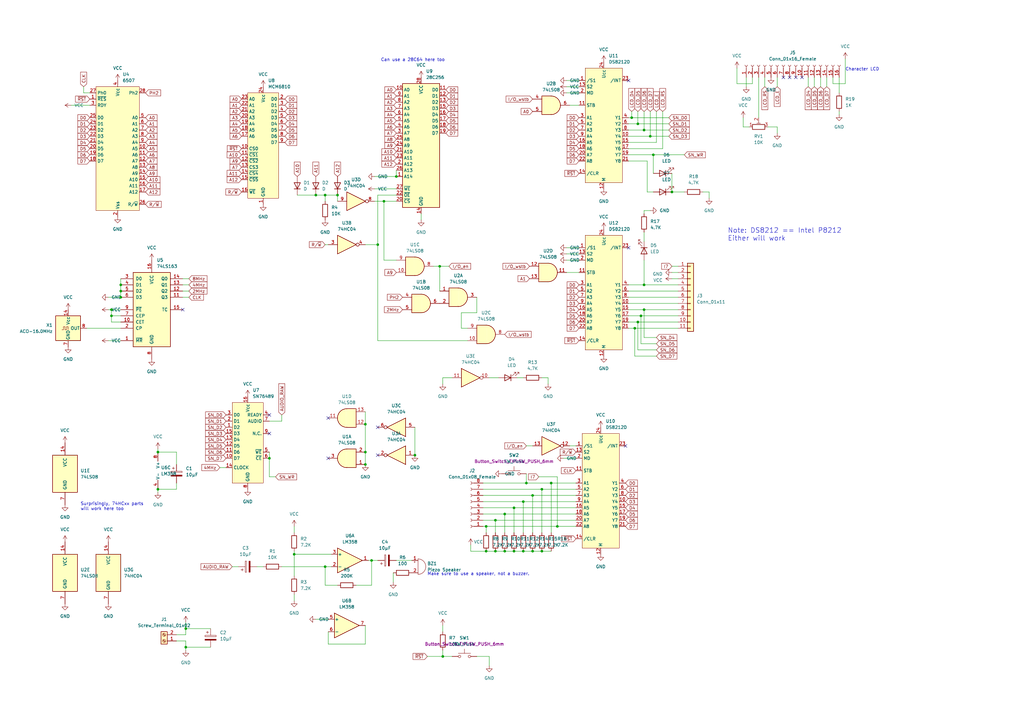
<source format=kicad_sch>
(kicad_sch (version 20230121) (generator eeschema)
  (paper "A3")
  (junction (at 152.4 229.87))
  (junction (at 76.2 265.43))
  (junction (at 260.35 134.62))
  (junction (at 162.56 72.39))
  (junction (at 218.44 203.2))
  (junction (at 264.16 116.84))
  (junction (at 226.06 198.12))
  (junction (at 170.18 186.69))
  (junction (at 149.86 190.5))
  (junction (at 120.65 227.33))
  (junction (at 49.53 121.92))
  (junction (at 180.34 109.22))
  (junction (at 133.35 232.41))
  (junction (at 222.25 226.06))
  (junction (at 214.63 205.74))
  (junction (at 207.01 226.06))
  (junction (at 64.77 185.42))
  (junction (at 199.39 215.9))
  (junction (at 203.2 213.36))
  (junction (at 76.2 257.81))
  (junction (at 199.39 226.06))
  (junction (at 228.6 215.9))
  (junction (at 218.44 226.06))
  (junction (at 264.16 53.34))
  (junction (at 203.2 226.06))
  (junction (at 45.72 127))
  (junction (at 207.01 210.82))
  (junction (at 49.53 119.38))
  (junction (at 181.61 269.24))
  (junction (at 215.9 198.12))
  (junction (at 157.48 82.55))
  (junction (at 267.97 63.5))
  (junction (at 214.63 226.06))
  (junction (at 264.16 127))
  (junction (at 64.77 200.66))
  (junction (at 210.82 226.06))
  (junction (at 154.94 100.33))
  (junction (at 138.43 80.01))
  (junction (at 149.86 185.42))
  (junction (at 262.89 129.54))
  (junction (at 149.86 173.99))
  (junction (at 49.53 116.84))
  (junction (at 259.08 48.26))
  (junction (at 210.82 208.28))
  (junction (at 261.62 50.8))
  (junction (at 275.59 78.74))
  (junction (at 129.54 80.01))
  (junction (at 110.49 187.96))
  (junction (at 45.72 129.54))
  (junction (at 133.35 80.01))
  (junction (at 266.7 55.88))
  (junction (at 261.62 132.08))
  (junction (at 222.25 200.66))
  (no_connect (at 134.62 171.45))
  (no_connect (at 328.93 31.75))
  (no_connect (at 154.94 186.69))
  (no_connect (at 154.94 175.26))
  (no_connect (at 110.49 177.8))
  (no_connect (at 326.39 31.75))
  (no_connect (at 256.54 182.88))
  (no_connect (at 321.31 31.75))
  (no_connect (at 74.93 127))
  (no_connect (at 257.81 101.6))
  (no_connect (at 134.62 187.96))
  (no_connect (at 323.85 31.75))
  (no_connect (at 110.49 170.18))
  (no_connect (at 257.81 33.02))
  (wire (pts (xy 222.25 200.66) (xy 236.22 200.66)))
  (wire (pts (xy 226.06 226.06) (xy 222.25 226.06)))
  (wire (pts (xy 264.16 95.25) (xy 264.16 99.06)))
  (wire (pts (xy 74.93 116.84) (xy 77.47 116.84)))
  (wire (pts (xy 266.7 86.36) (xy 264.16 86.36)))
  (wire (pts (xy 152.4 240.03) (xy 152.4 229.87)))
  (wire (pts (xy 308.61 34.29) (xy 308.61 31.75)))
  (wire (pts (xy 214.63 226.06) (xy 210.82 226.06)))
  (wire (pts (xy 257.81 129.54) (xy 262.89 129.54)))
  (wire (pts (xy 162.56 72.39) (xy 162.56 69.85)))
  (wire (pts (xy 76.2 257.81) (xy 76.2 260.35)))
  (wire (pts (xy 257.81 48.26) (xy 259.08 48.26)))
  (wire (pts (xy 257.81 50.8) (xy 261.62 50.8)))
  (wire (pts (xy 218.44 226.06) (xy 214.63 226.06)))
  (wire (pts (xy 110.49 195.58) (xy 113.03 195.58)))
  (wire (pts (xy 207.01 210.82) (xy 236.22 210.82)))
  (wire (pts (xy 222.25 200.66) (xy 222.25 218.44)))
  (wire (pts (xy 290.83 78.74) (xy 290.83 81.28)))
  (wire (pts (xy 45.72 129.54) (xy 49.53 129.54)))
  (wire (pts (xy 49.53 132.08) (xy 45.72 132.08)))
  (wire (pts (xy 95.25 232.41) (xy 97.79 232.41)))
  (wire (pts (xy 257.81 116.84) (xy 264.16 116.84)))
  (wire (pts (xy 275.59 78.74) (xy 280.67 78.74)))
  (wire (pts (xy 153.67 82.55) (xy 157.48 82.55)))
  (wire (pts (xy 331.47 31.75) (xy 331.47 35.56)))
  (wire (pts (xy 334.01 31.75) (xy 334.01 35.56)))
  (wire (pts (xy 120.65 227.33) (xy 120.65 236.22)))
  (wire (pts (xy 172.72 87.63) (xy 172.72 90.17)))
  (wire (pts (xy 210.82 208.28) (xy 236.22 208.28)))
  (wire (pts (xy 133.35 80.01) (xy 138.43 80.01)))
  (wire (pts (xy 34.29 38.1) (xy 36.83 38.1)))
  (wire (pts (xy 153.67 77.47) (xy 162.56 77.47)))
  (wire (pts (xy 44.45 139.7) (xy 49.53 139.7)))
  (wire (pts (xy 45.72 127) (xy 49.53 127)))
  (wire (pts (xy 162.56 229.87) (xy 168.91 229.87)))
  (wire (pts (xy 222.25 226.06) (xy 218.44 226.06)))
  (wire (pts (xy 64.77 201.93) (xy 64.77 200.66)))
  (wire (pts (xy 288.29 78.74) (xy 290.83 78.74)))
  (wire (pts (xy 346.71 34.29) (xy 341.63 34.29)))
  (wire (pts (xy 181.61 157.48) (xy 181.61 154.94)))
  (wire (pts (xy 318.77 52.07) (xy 318.77 54.61)))
  (wire (pts (xy 218.44 203.2) (xy 218.44 218.44)))
  (wire (pts (xy 198.12 200.66) (xy 222.25 200.66)))
  (wire (pts (xy 49.53 116.84) (xy 49.53 119.38)))
  (wire (pts (xy 105.41 232.41) (xy 107.95 232.41)))
  (wire (pts (xy 181.61 269.24) (xy 185.42 269.24)))
  (wire (pts (xy 34.29 35.56) (xy 34.29 38.1)))
  (wire (pts (xy 198.12 210.82) (xy 207.01 210.82)))
  (wire (pts (xy 129.54 80.01) (xy 133.35 80.01)))
  (wire (pts (xy 72.39 198.12) (xy 72.39 200.66)))
  (wire (pts (xy 264.16 86.36) (xy 264.16 87.63)))
  (wire (pts (xy 344.17 31.75) (xy 344.17 38.1)))
  (wire (pts (xy 74.93 121.92) (xy 77.47 121.92)))
  (wire (pts (xy 115.57 232.41) (xy 133.35 232.41)))
  (wire (pts (xy 181.61 154.94) (xy 185.42 154.94)))
  (wire (pts (xy 154.94 139.7) (xy 191.77 139.7)))
  (wire (pts (xy 232.41 35.56) (xy 237.49 35.56)))
  (wire (pts (xy 64.77 184.15) (xy 64.77 185.42)))
  (wire (pts (xy 257.81 124.46) (xy 278.13 124.46)))
  (wire (pts (xy 74.93 114.3) (xy 77.47 114.3)))
  (wire (pts (xy 44.45 127) (xy 45.72 127)))
  (wire (pts (xy 257.81 127) (xy 264.16 127)))
  (wire (pts (xy 232.41 33.02) (xy 237.49 33.02)))
  (wire (pts (xy 226.06 198.12) (xy 226.06 218.44)))
  (wire (pts (xy 120.65 243.84) (xy 120.65 246.38)))
  (wire (pts (xy 152.4 229.87) (xy 154.94 229.87)))
  (wire (pts (xy 218.44 203.2) (xy 236.22 203.2)))
  (wire (pts (xy 74.93 119.38) (xy 77.47 119.38)))
  (wire (pts (xy 76.2 265.43) (xy 86.36 265.43)))
  (wire (pts (xy 76.2 255.27) (xy 76.2 257.81)))
  (wire (pts (xy 189.23 128.27) (xy 189.23 134.62)))
  (wire (pts (xy 133.35 232.41) (xy 133.35 240.03)))
  (wire (pts (xy 257.81 134.62) (xy 260.35 134.62)))
  (wire (pts (xy 318.77 31.75) (xy 318.77 35.56)))
  (wire (pts (xy 149.86 173.99) (xy 149.86 185.42)))
  (wire (pts (xy 341.63 34.29) (xy 341.63 31.75)))
  (wire (pts (xy 198.12 203.2) (xy 218.44 203.2)))
  (wire (pts (xy 154.94 80.01) (xy 162.56 80.01)))
  (wire (pts (xy 157.48 106.68) (xy 162.56 106.68)))
  (wire (pts (xy 262.89 129.54) (xy 278.13 129.54)))
  (wire (pts (xy 72.39 262.89) (xy 76.2 262.89)))
  (wire (pts (xy 264.16 127) (xy 278.13 127)))
  (wire (pts (xy 267.97 78.74) (xy 265.43 78.74)))
  (wire (pts (xy 269.24 45.72) (xy 269.24 58.42)))
  (wire (pts (xy 134.62 259.08) (xy 134.62 264.16)))
  (wire (pts (xy 214.63 205.74) (xy 236.22 205.74)))
  (wire (pts (xy 157.48 82.55) (xy 162.56 82.55)))
  (wire (pts (xy 175.26 269.24) (xy 181.61 269.24)))
  (wire (pts (xy 76.2 265.43) (xy 76.2 266.7)))
  (wire (pts (xy 199.39 215.9) (xy 228.6 215.9)))
  (wire (pts (xy 170.18 175.26) (xy 170.18 186.69)))
  (wire (pts (xy 49.53 114.3) (xy 49.53 116.84)))
  (wire (pts (xy 339.09 31.75) (xy 339.09 35.56)))
  (wire (pts (xy 149.86 264.16) (xy 149.86 256.54)))
  (wire (pts (xy 275.59 71.12) (xy 275.59 78.74)))
  (wire (pts (xy 257.81 60.96) (xy 271.78 60.96)))
  (wire (pts (xy 257.81 53.34) (xy 264.16 53.34)))
  (wire (pts (xy 146.05 240.03) (xy 152.4 240.03)))
  (wire (pts (xy 76.2 257.81) (xy 86.36 257.81)))
  (wire (pts (xy 45.72 132.08) (xy 45.72 129.54)))
  (wire (pts (xy 233.68 182.88) (xy 236.22 182.88)))
  (wire (pts (xy 212.09 154.94) (xy 214.63 154.94)))
  (wire (pts (xy 264.16 45.72) (xy 264.16 53.34)))
  (wire (pts (xy 149.86 168.91) (xy 149.86 173.99)))
  (wire (pts (xy 275.59 109.22) (xy 278.13 109.22)))
  (wire (pts (xy 260.35 134.62) (xy 278.13 134.62)))
  (wire (pts (xy 269.24 143.51) (xy 261.62 143.51)))
  (wire (pts (xy 135.89 227.33) (xy 120.65 227.33)))
  (wire (pts (xy 134.62 264.16) (xy 149.86 264.16)))
  (wire (pts (xy 304.8 52.07) (xy 304.8 48.26)))
  (wire (pts (xy 306.07 31.75) (xy 306.07 35.56)))
  (wire (pts (xy 153.67 72.39) (xy 162.56 72.39)))
  (wire (pts (xy 215.9 194.31) (xy 215.9 198.12)))
  (wire (pts (xy 138.43 80.01) (xy 138.43 82.55)))
  (wire (pts (xy 193.04 226.06) (xy 199.39 226.06)))
  (wire (pts (xy 271.78 45.72) (xy 271.78 60.96)))
  (wire (pts (xy 344.17 45.72) (xy 344.17 46.99)))
  (wire (pts (xy 195.58 269.24) (xy 200.66 269.24)))
  (wire (pts (xy 210.82 226.06) (xy 207.01 226.06)))
  (wire (pts (xy 267.97 63.5) (xy 280.67 63.5)))
  (wire (pts (xy 302.26 27.94) (xy 302.26 34.29)))
  (wire (pts (xy 260.35 146.05) (xy 260.35 134.62)))
  (wire (pts (xy 261.62 143.51) (xy 261.62 132.08)))
  (wire (pts (xy 90.17 191.77) (xy 92.71 191.77)))
  (wire (pts (xy 314.96 52.07) (xy 318.77 52.07)))
  (wire (pts (xy 110.49 185.42) (xy 110.49 187.96)))
  (wire (pts (xy 198.12 205.74) (xy 214.63 205.74)))
  (wire (pts (xy 261.62 45.72) (xy 261.62 50.8)))
  (wire (pts (xy 261.62 132.08) (xy 278.13 132.08)))
  (wire (pts (xy 180.34 109.22) (xy 177.8 109.22)))
  (wire (pts (xy 200.66 269.24) (xy 200.66 273.05)))
  (wire (pts (xy 49.53 119.38) (xy 49.53 121.92)))
  (wire (pts (xy 224.79 154.94) (xy 224.79 157.48)))
  (wire (pts (xy 214.63 205.74) (xy 214.63 218.44)))
  (wire (pts (xy 154.94 100.33) (xy 154.94 139.7)))
  (wire (pts (xy 264.16 138.43) (xy 264.16 127)))
  (wire (pts (xy 265.43 78.74) (xy 265.43 66.04)))
  (wire (pts (xy 215.9 198.12) (xy 226.06 198.12)))
  (wire (pts (xy 120.65 215.9) (xy 120.65 218.44)))
  (wire (pts (xy 231.14 187.96) (xy 236.22 187.96)))
  (wire (pts (xy 133.35 100.33) (xy 134.62 100.33)))
  (wire (pts (xy 257.81 55.88) (xy 266.7 55.88)))
  (wire (pts (xy 133.35 240.03) (xy 138.43 240.03)))
  (wire (pts (xy 135.89 232.41) (xy 133.35 232.41)))
  (wire (pts (xy 264.16 53.34) (xy 274.32 53.34)))
  (wire (pts (xy 266.7 55.88) (xy 274.32 55.88)))
  (wire (pts (xy 269.24 140.97) (xy 262.89 140.97)))
  (wire (pts (xy 198.12 215.9) (xy 199.39 215.9)))
  (wire (pts (xy 233.68 43.18) (xy 237.49 43.18)))
  (wire (pts (xy 257.81 63.5) (xy 267.97 63.5)))
  (wire (pts (xy 120.65 227.33) (xy 120.65 226.06)))
  (wire (pts (xy 180.34 109.22) (xy 180.34 119.38)))
  (wire (pts (xy 311.15 31.75) (xy 311.15 48.26)))
  (wire (pts (xy 275.59 114.3) (xy 278.13 114.3)))
  (wire (pts (xy 262.89 140.97) (xy 262.89 129.54)))
  (wire (pts (xy 198.12 213.36) (xy 203.2 213.36)))
  (wire (pts (xy 232.41 101.6) (xy 237.49 101.6)))
  (wire (pts (xy 228.6 215.9) (xy 236.22 215.9)))
  (wire (pts (xy 181.61 256.54) (xy 181.61 259.08)))
  (wire (pts (xy 198.12 208.28) (xy 210.82 208.28)))
  (wire (pts (xy 336.55 31.75) (xy 336.55 35.56)))
  (wire (pts (xy 35.56 134.62) (xy 49.53 134.62)))
  (wire (pts (xy 232.41 104.14) (xy 237.49 104.14)))
  (wire (pts (xy 154.94 100.33) (xy 154.94 80.01)))
  (wire (pts (xy 257.81 58.42) (xy 269.24 58.42)))
  (wire (pts (xy 149.86 100.33) (xy 154.94 100.33)))
  (wire (pts (xy 228.6 195.58) (xy 228.6 215.9)))
  (wire (pts (xy 184.15 109.22) (xy 180.34 109.22)))
  (wire (pts (xy 157.48 82.55) (xy 157.48 106.68)))
  (wire (pts (xy 121.92 80.01) (xy 129.54 80.01)))
  (wire (pts (xy 278.13 116.84) (xy 264.16 116.84)))
  (wire (pts (xy 198.12 198.12) (xy 215.9 198.12)))
  (wire (pts (xy 149.86 185.42) (xy 149.86 190.5)))
  (wire (pts (xy 259.08 45.72) (xy 259.08 48.26)))
  (wire (pts (xy 302.26 34.29) (xy 308.61 34.29)))
  (wire (pts (xy 232.41 38.1) (xy 237.49 38.1)))
  (wire (pts (xy 257.81 132.08) (xy 261.62 132.08)))
  (wire (pts (xy 232.41 111.76) (xy 237.49 111.76)))
  (wire (pts (xy 203.2 213.36) (xy 203.2 218.44)))
  (wire (pts (xy 269.24 146.05) (xy 260.35 146.05)))
  (wire (pts (xy 210.82 208.28) (xy 210.82 218.44)))
  (wire (pts (xy 129.54 254) (xy 134.62 254)))
  (wire (pts (xy 266.7 45.72) (xy 266.7 55.88)))
  (wire (pts (xy 195.58 128.27) (xy 189.23 128.27)))
  (wire (pts (xy 261.62 50.8) (xy 274.32 50.8)))
  (wire (pts (xy 72.39 260.35) (xy 76.2 260.35)))
  (wire (pts (xy 181.61 266.7) (xy 181.61 269.24)))
  (wire (pts (xy 346.71 24.13) (xy 346.71 34.29)))
  (wire (pts (xy 72.39 190.5) (xy 72.39 185.42)))
  (wire (pts (xy 307.34 52.07) (xy 304.8 52.07)))
  (wire (pts (xy 257.81 66.04) (xy 265.43 66.04)))
  (wire (pts (xy 76.2 262.89) (xy 76.2 265.43)))
  (wire (pts (xy 72.39 200.66) (xy 64.77 200.66)))
  (wire (pts (xy 199.39 215.9) (xy 199.39 218.44)))
  (wire (pts (xy 203.2 226.06) (xy 199.39 226.06)))
  (wire (pts (xy 161.29 234.95) (xy 161.29 238.76)))
  (wire (pts (xy 72.39 185.42) (xy 64.77 185.42)))
  (wire (pts (xy 259.08 48.26) (xy 274.32 48.26)))
  (wire (pts (xy 207.01 226.06) (xy 203.2 226.06)))
  (wire (pts (xy 207.01 210.82) (xy 207.01 218.44)))
  (wire (pts (xy 257.81 119.38) (xy 278.13 119.38)))
  (wire (pts (xy 269.24 138.43) (xy 264.16 138.43)))
  (wire (pts (xy 222.25 154.94) (xy 224.79 154.94)))
  (wire (pts (xy 115.57 172.72) (xy 115.57 170.18)))
  (wire (pts (xy 220.98 195.58) (xy 228.6 195.58)))
  (wire (pts (xy 110.49 187.96) (xy 110.49 195.58)))
  (wire (pts (xy 49.53 121.92) (xy 44.45 121.92)))
  (wire (pts (xy 189.23 134.62) (xy 191.77 134.62)))
  (wire (pts (xy 203.2 213.36) (xy 236.22 213.36)))
  (wire (pts (xy 29.21 43.18) (xy 36.83 43.18)))
  (wire (pts (xy 226.06 198.12) (xy 236.22 198.12)))
  (wire (pts (xy 257.81 121.92) (xy 278.13 121.92)))
  (wire (pts (xy 232.41 106.68) (xy 237.49 106.68)))
  (wire (pts (xy 215.9 182.88) (xy 218.44 182.88)))
  (wire (pts (xy 133.35 82.55) (xy 133.35 80.01)))
  (wire (pts (xy 275.59 111.76) (xy 278.13 111.76)))
  (wire (pts (xy 110.49 172.72) (xy 115.57 172.72)))
  (wire (pts (xy 313.69 31.75) (xy 313.69 35.56)))
  (wire (pts (xy 195.58 121.92) (xy 195.58 128.27)))
  (wire (pts (xy 267.97 63.5) (xy 267.97 71.12)))
  (wire (pts (xy 45.72 129.54) (xy 45.72 127)))
  (wire (pts (xy 200.66 154.94) (xy 204.47 154.94)))
  (wire (pts (xy 151.13 229.87) (xy 152.4 229.87)))
  (wire (pts (xy 193.04 223.52) (xy 193.04 226.06)))
  (wire (pts (xy 264.16 106.68) (xy 264.16 116.84)))
  (text "Character LCD" (at 346.71 29.21 0) (effects (font (size 1.27 1.27)) (justify left bottom)))
  (text "Make sure to use a speaker, not a buzzer." (at 175.26 236.22 0) (effects (font (size 1.27 1.27)) (justify left bottom)))
  (text "Note: DS8212 == Intel P8212\nEither will work" (at 298.45 99.06 0) (effects (font (size 2 2)) (justify left bottom)))
  (text "Surprisingly, 74HCxx parts\nwill work here too" (at 33.02 209.55 0) (effects (font (size 1.27 1.27)) (justify left bottom)))
  (text "Can use a 28C64 here too" (at 156.21 25.4 0) (effects (font (size 1.27 1.27)) (justify left bottom)))
  (global_label "SN_D6" (shape input) (at 92.71 185.42 180) (property "Intersheetrefs" "${INTERSHEET_REFS}" (effects hide)))
  (global_label "D1" (shape input) (at 36.83 50.8 180) (property "Intersheetrefs" "${INTERSHEET_REFS}" (effects hide)))
  (global_label "D6" (shape input) (at 36.83 63.5 180) (property "Intersheetrefs" "${INTERSHEET_REFS}" (effects hide)))
  (global_label "SN_D0" (shape input) (at 92.71 170.18 180) (property "Intersheetrefs" "${INTERSHEET_REFS}" (effects hide)))
  (global_label "D4" (shape input) (at 256.54 208.28 0) (property "Intersheetrefs" "${INTERSHEET_REFS}" (effects hide)))
  (global_label "A1" (shape input) (at 59.69 50.8 0) (property "Intersheetrefs" "${INTERSHEET_REFS}" (effects hide)))
  (global_label "CLK" (shape input) (at 77.47 121.92 0) (property "Intersheetrefs" "${INTERSHEET_REFS}" (effects hide)))
  (global_label "A11" (shape input) (at 59.69 76.2 0) (property "Intersheetrefs" "${INTERSHEET_REFS}" (effects hide)))
  (global_label "SN_D5" (shape input) (at 92.71 182.88 180) (property "Intersheetrefs" "${INTERSHEET_REFS}" (effects hide)))
  (global_label "A4" (shape input) (at 99.06 50.8 180) (property "Intersheetrefs" "${INTERSHEET_REFS}" (effects hide)))
  (global_label "LCD_D4" (shape input) (at 259.08 45.72 90) (property "Intersheetrefs" "${INTERSHEET_REFS}" (effects hide)))
  (global_label "D7" (shape input) (at 256.54 215.9 0) (property "Intersheetrefs" "${INTERSHEET_REFS}" (effects hide)))
  (global_label "I{slash}O_en" (shape input) (at 184.15 109.22 0) (property "Intersheetrefs" "${INTERSHEET_REFS}" (effects hide)))
  (global_label "8MHz" (shape input) (at 77.47 114.3 0) (property "Intersheetrefs" "${INTERSHEET_REFS}" (effects hide)))
  (global_label "R{slash}~{W}" (shape input) (at 236.22 185.42 180) (property "Intersheetrefs" "${INTERSHEET_REFS}" (effects hide)))
  (global_label "PH2" (shape input) (at 59.69 38.1 0) (property "Intersheetrefs" "${INTERSHEET_REFS}" (effects hide)))
  (global_label "4MHz" (shape input) (at 90.17 191.77 180) (property "Intersheetrefs" "${INTERSHEET_REFS}" (effects hide)))
  (global_label "A8" (shape input) (at 59.69 68.58 0) (property "Intersheetrefs" "${INTERSHEET_REFS}" (effects hide)))
  (global_label "D5" (shape input) (at 237.49 60.96 180) (property "Intersheetrefs" "${INTERSHEET_REFS}" (effects hide)))
  (global_label "LCD_D5" (shape input) (at 261.62 45.72 90) (property "Intersheetrefs" "${INTERSHEET_REFS}" (effects hide)))
  (global_label "D6" (shape input) (at 116.84 55.88 0) (property "Intersheetrefs" "${INTERSHEET_REFS}" (effects hide)))
  (global_label "A4" (shape input) (at 59.69 58.42 0) (property "Intersheetrefs" "${INTERSHEET_REFS}" (effects hide)))
  (global_label "D4" (shape input) (at 36.83 58.42 180) (property "Intersheetrefs" "${INTERSHEET_REFS}" (effects hide)))
  (global_label "A1" (shape input) (at 99.06 43.18 180) (property "Intersheetrefs" "${INTERSHEET_REFS}" (effects hide)))
  (global_label "D0" (shape input) (at 116.84 40.64 0) (property "Intersheetrefs" "${INTERSHEET_REFS}" (effects hide)))
  (global_label "I{slash}O_wstb" (shape input) (at 217.17 109.22 180) (property "Intersheetrefs" "${INTERSHEET_REFS}" (effects hide)))
  (global_label "D3" (shape input) (at 237.49 124.46 180) (property "Intersheetrefs" "${INTERSHEET_REFS}" (effects hide)))
  (global_label "SN_D4" (shape input) (at 92.71 180.34 180) (property "Intersheetrefs" "${INTERSHEET_REFS}" (effects hide)))
  (global_label "LCD_D7" (shape input) (at 266.7 45.72 90) (property "Intersheetrefs" "${INTERSHEET_REFS}" (effects hide)))
  (global_label "LCD_E" (shape input) (at 269.24 45.72 90) (property "Intersheetrefs" "${INTERSHEET_REFS}" (effects hide)))
  (global_label "I{slash}O_en" (shape input) (at 215.9 182.88 180) (property "Intersheetrefs" "${INTERSHEET_REFS}" (effects hide)))
  (global_label "A7" (shape input) (at 99.06 68.58 180) (property "Intersheetrefs" "${INTERSHEET_REFS}" (effects hide)))
  (global_label "D6" (shape input) (at 237.49 132.08 180) (property "Intersheetrefs" "${INTERSHEET_REFS}" (effects hide)))
  (global_label "D6" (shape input) (at 182.88 52.07 0) (property "Intersheetrefs" "${INTERSHEET_REFS}" (effects hide)))
  (global_label "A1" (shape input) (at 162.56 39.37 180) (property "Intersheetrefs" "${INTERSHEET_REFS}" (effects hide)))
  (global_label "A9" (shape input) (at 162.56 111.76 180) (property "Intersheetrefs" "${INTERSHEET_REFS}" (effects hide)))
  (global_label "~{RST}" (shape input) (at 99.06 60.96 180) (property "Intersheetrefs" "${INTERSHEET_REFS}" (effects hide)))
  (global_label "SN_D1" (shape input) (at 274.32 50.8 0) (property "Intersheetrefs" "${INTERSHEET_REFS}" (effects hide)))
  (global_label "I{slash}O_wstb" (shape input) (at 218.44 40.64 180) (property "Intersheetrefs" "${INTERSHEET_REFS}" (effects hide)))
  (global_label "D1" (shape input) (at 237.49 50.8 180) (property "Intersheetrefs" "${INTERSHEET_REFS}" (effects hide)))
  (global_label "CLK" (shape input) (at 236.22 193.04 180) (property "Intersheetrefs" "${INTERSHEET_REFS}" (effects hide)))
  (global_label "A2" (shape input) (at 59.69 53.34 0) (property "Intersheetrefs" "${INTERSHEET_REFS}" (effects hide)))
  (global_label "D7" (shape input) (at 237.49 66.04 180) (property "Intersheetrefs" "${INTERSHEET_REFS}" (effects hide)))
  (global_label "A10" (shape input) (at 99.06 63.5 180) (property "Intersheetrefs" "${INTERSHEET_REFS}" (effects hide)))
  (global_label "D2" (shape input) (at 36.83 53.34 180) (property "Intersheetrefs" "${INTERSHEET_REFS}" (effects hide)))
  (global_label "D5" (shape input) (at 116.84 53.34 0) (property "Intersheetrefs" "${INTERSHEET_REFS}" (effects hide)))
  (global_label "D3" (shape input) (at 36.83 55.88 180) (property "Intersheetrefs" "${INTERSHEET_REFS}" (effects hide)))
  (global_label "A4" (shape input) (at 162.56 46.99 180) (property "Intersheetrefs" "${INTERSHEET_REFS}" (effects hide)))
  (global_label "D2" (shape input) (at 116.84 45.72 0) (property "Intersheetrefs" "${INTERSHEET_REFS}" (effects hide)))
  (global_label "LCD_D7" (shape input) (at 339.09 35.56 270) (property "Intersheetrefs" "${INTERSHEET_REFS}" (effects hide)))
  (global_label "D2" (shape input) (at 256.54 203.2 0) (property "Intersheetrefs" "${INTERSHEET_REFS}" (effects hide)))
  (global_label "A11" (shape input) (at 129.54 72.39 90) (property "Intersheetrefs" "${INTERSHEET_REFS}" (effects hide)))
  (global_label "PH2" (shape input) (at 165.1 121.92 180) (property "Intersheetrefs" "${INTERSHEET_REFS}" (effects hide)))
  (global_label "D6" (shape input) (at 237.49 63.5 180) (property "Intersheetrefs" "${INTERSHEET_REFS}" (effects hide)))
  (global_label "SN_D0" (shape input) (at 274.32 48.26 0) (property "Intersheetrefs" "${INTERSHEET_REFS}" (effects hide)))
  (global_label "D4" (shape input) (at 116.84 50.8 0) (property "Intersheetrefs" "${INTERSHEET_REFS}" (effects hide)))
  (global_label "SN_D4" (shape input) (at 269.24 138.43 0) (property "Intersheetrefs" "${INTERSHEET_REFS}" (effects hide)))
  (global_label "A5" (shape input) (at 59.69 60.96 0) (property "Intersheetrefs" "${INTERSHEET_REFS}" (effects hide)))
  (global_label "~{RST}" (shape input) (at 36.83 40.64 180) (property "Intersheetrefs" "${INTERSHEET_REFS}" (effects hide)))
  (global_label "LCD_RS" (shape input) (at 271.78 45.72 90) (property "Intersheetrefs" "${INTERSHEET_REFS}" (effects hide)))
  (global_label "A1" (shape input) (at 217.17 114.3 180) (property "Intersheetrefs" "${INTERSHEET_REFS}" (effects hide)))
  (global_label "D3" (shape input) (at 237.49 55.88 180) (property "Intersheetrefs" "${INTERSHEET_REFS}" (effects hide)))
  (global_label "D6" (shape input) (at 256.54 213.36 0) (property "Intersheetrefs" "${INTERSHEET_REFS}" (effects hide)))
  (global_label "A6" (shape input) (at 99.06 55.88 180) (property "Intersheetrefs" "${INTERSHEET_REFS}" (effects hide)))
  (global_label "LCD_D6" (shape input) (at 336.55 35.56 270) (property "Intersheetrefs" "${INTERSHEET_REFS}" (effects hide)))
  (global_label "LCD_D6" (shape input) (at 264.16 45.72 90) (property "Intersheetrefs" "${INTERSHEET_REFS}" (effects hide)))
  (global_label "A12" (shape input) (at 162.56 67.31 180) (property "Intersheetrefs" "${INTERSHEET_REFS}" (effects hide)))
  (global_label "A12" (shape input) (at 99.06 73.66 180) (property "Intersheetrefs" "${INTERSHEET_REFS}" (effects hide)))
  (global_label "A9" (shape input) (at 99.06 66.04 180) (property "Intersheetrefs" "${INTERSHEET_REFS}" (effects hide)))
  (global_label "D3" (shape input) (at 116.84 48.26 0) (property "Intersheetrefs" "${INTERSHEET_REFS}" (effects hide)))
  (global_label "A8" (shape input) (at 162.56 57.15 180) (property "Intersheetrefs" "${INTERSHEET_REFS}" (effects hide)))
  (global_label "LCD_E" (shape input) (at 318.77 35.56 270) (property "Intersheetrefs" "${INTERSHEET_REFS}" (effects hide)))
  (global_label "LCD_D4" (shape input) (at 331.47 35.56 270) (property "Intersheetrefs" "${INTERSHEET_REFS}" (effects hide)))
  (global_label "D4" (shape input) (at 237.49 127 180) (property "Intersheetrefs" "${INTERSHEET_REFS}" (effects hide)))
  (global_label "AUDIO_RAW" (shape input) (at 115.57 170.18 90) (property "Intersheetrefs" "${INTERSHEET_REFS}" (effects hide)))
  (global_label "A2" (shape input) (at 99.06 45.72 180) (property "Intersheetrefs" "${INTERSHEET_REFS}" (effects hide)))
  (global_label "R{slash}~{W}" (shape input) (at 133.35 100.33 180) (property "Intersheetrefs" "${INTERSHEET_REFS}" (effects hide)))
  (global_label "A0" (shape input) (at 99.06 40.64 180) (property "Intersheetrefs" "${INTERSHEET_REFS}" (effects hide)))
  (global_label "D2" (shape input) (at 237.49 53.34 180) (property "Intersheetrefs" "${INTERSHEET_REFS}" (effects hide)))
  (global_label "SN_D7" (shape input) (at 269.24 146.05 0) (property "Intersheetrefs" "${INTERSHEET_REFS}" (effects hide)))
  (global_label "D0" (shape input) (at 36.83 48.26 180) (property "Intersheetrefs" "${INTERSHEET_REFS}" (effects hide)))
  (global_label "A5" (shape input) (at 162.56 49.53 180) (property "Intersheetrefs" "${INTERSHEET_REFS}" (effects hide)))
  (global_label "A6" (shape input) (at 162.56 52.07 180) (property "Intersheetrefs" "${INTERSHEET_REFS}" (effects hide)))
  (global_label "D1" (shape input) (at 237.49 119.38 180) (property "Intersheetrefs" "${INTERSHEET_REFS}" (effects hide)))
  (global_label "SN_D3" (shape input) (at 274.32 55.88 0) (property "Intersheetrefs" "${INTERSHEET_REFS}" (effects hide)))
  (global_label "D4" (shape input) (at 182.88 46.99 0) (property "Intersheetrefs" "${INTERSHEET_REFS}" (effects hide)))
  (global_label "A3" (shape input) (at 162.56 44.45 180) (property "Intersheetrefs" "${INTERSHEET_REFS}" (effects hide)))
  (global_label "D7" (shape input) (at 36.83 66.04 180) (property "Intersheetrefs" "${INTERSHEET_REFS}" (effects hide)))
  (global_label "SN_D7" (shape input) (at 92.71 187.96 180) (property "Intersheetrefs" "${INTERSHEET_REFS}" (effects hide)))
  (global_label "I7" (shape input) (at 275.59 109.22 180) (property "Intersheetrefs" "${INTERSHEET_REFS}" (effects hide)))
  (global_label "A12" (shape input) (at 59.69 78.74 0) (property "Intersheetrefs" "${INTERSHEET_REFS}" (effects hide)))
  (global_label "SN_D2" (shape input) (at 92.71 175.26 180) (property "Intersheetrefs" "${INTERSHEET_REFS}" (effects hide)))
  (global_label "D4" (shape input) (at 237.49 58.42 180) (property "Intersheetrefs" "${INTERSHEET_REFS}" (effects hide)))
  (global_label "SN_D6" (shape input) (at 269.24 143.51 0) (property "Intersheetrefs" "${INTERSHEET_REFS}" (effects hide)))
  (global_label "D5" (shape input) (at 182.88 49.53 0) (property "Intersheetrefs" "${INTERSHEET_REFS}" (effects hide)))
  (global_label "A6" (shape input) (at 59.69 63.5 0) (property "Intersheetrefs" "${INTERSHEET_REFS}" (effects hide)))
  (global_label "D7" (shape input) (at 237.49 134.62 180) (property "Intersheetrefs" "${INTERSHEET_REFS}" (effects hide)))
  (global_label "D7" (shape input) (at 116.84 58.42 0) (property "Intersheetrefs" "${INTERSHEET_REFS}" (effects hide)))
  (global_label "SN_D1" (shape input) (at 92.71 172.72 180) (property "Intersheetrefs" "${INTERSHEET_REFS}" (effects hide)))
  (global_label "I7" (shape input) (at 220.98 195.58 180) (property "Intersheetrefs" "${INTERSHEET_REFS}" (effects hide)))
  (global_label "A10" (shape input) (at 121.92 72.39 90) (property "Intersheetrefs" "${INTERSHEET_REFS}" (effects hide)))
  (global_label "I{slash}O_wstb" (shape input) (at 207.01 137.16 0) (property "Intersheetrefs" "${INTERSHEET_REFS}" (effects hide)))
  (global_label "D5" (shape input) (at 256.54 210.82 0) (property "Intersheetrefs" "${INTERSHEET_REFS}" (effects hide)))
  (global_label "SN_D5" (shape input) (at 269.24 140.97 0) (property "Intersheetrefs" "${INTERSHEET_REFS}" (effects hide)))
  (global_label "SN_D3" (shape input) (at 92.71 177.8 180) (property "Intersheetrefs" "${INTERSHEET_REFS}" (effects hide)))
  (global_label "A9" (shape input) (at 162.56 59.69 180) (property "Intersheetrefs" "${INTERSHEET_REFS}" (effects hide)))
  (global_label "~{RST}" (shape input) (at 237.49 139.7 180) (property "Intersheetrefs" "${INTERSHEET_REFS}" (effects hide)))
  (global_label "AUDIO_RAW" (shape input) (at 95.25 232.41 180) (property "Intersheetrefs" "${INTERSHEET_REFS}" (effects hide)))
  (global_label "2MHz" (shape input) (at 77.47 119.38 0) (property "Intersheetrefs" "${INTERSHEET_REFS}" (effects hide)))
  (global_label "~{RST}" (shape input) (at 175.26 269.24 180) (property "Intersheetrefs" "${INTERSHEET_REFS}" (effects hide)))
  (global_label "A5" (shape input) (at 99.06 53.34 180) (property "Intersheetrefs" "${INTERSHEET_REFS}" (effects hide)))
  (global_label "D7" (shape input) (at 182.88 54.61 0) (property "Intersheetrefs" "${INTERSHEET_REFS}" (effects hide)))
  (global_label "LCD_D5" (shape input) (at 334.01 35.56 270) (property "Intersheetrefs" "${INTERSHEET_REFS}" (effects hide)))
  (global_label "A11" (shape input) (at 162.56 64.77 180) (property "Intersheetrefs" "${INTERSHEET_REFS}" (effects hide)))
  (global_label "D5" (shape input) (at 36.83 60.96 180) (property "Intersheetrefs" "${INTERSHEET_REFS}" (effects hide)))
  (global_label "D0" (shape input) (at 237.49 48.26 180) (property "Intersheetrefs" "${INTERSHEET_REFS}" (effects hide)))
  (global_label "A0" (shape input) (at 59.69 48.26 0) (property "Intersheetrefs" "${INTERSHEET_REFS}" (effects hide)))
  (global_label "D0" (shape input) (at 237.49 116.84 180) (property "Intersheetrefs" "${INTERSHEET_REFS}" (effects hide)))
  (global_label "~{RST}" (shape input) (at 236.22 220.98 180) (property "Intersheetrefs" "${INTERSHEET_REFS}" (effects hide)))
  (global_label "SN_WR" (shape input) (at 113.03 195.58 0) (property "Intersheetrefs" "${INTERSHEET_REFS}" (effects hide)))
  (global_label "D3" (shape input) (at 256.54 205.74 0) (property "Intersheetrefs" "${INTERSHEET_REFS}" (effects hide)))
  (global_label "A12" (shape input) (at 138.43 72.39 90) (property "Intersheetrefs" "${INTERSHEET_REFS}" (effects hide)))
  (global_label "4MHz" (shape input) (at 77.47 116.84 0) (property "Intersheetrefs" "${INTERSHEET_REFS}" (effects hide)))
  (global_label "D0" (shape input) (at 182.88 36.83 0) (property "Intersheetrefs" "${INTERSHEET_REFS}" (effects hide)))
  (global_label "D2" (shape input) (at 237.49 121.92 180) (property "Intersheetrefs" "${INTERSHEET_REFS}" (effects hide)))
  (global_label "LCD_RS" (shape input) (at 313.69 35.56 270) (property "Intersheetrefs" "${INTERSHEET_REFS}" (effects hide)))
  (global_label "CLK" (shape input) (at 34.29 35.56 90) (property "Intersheetrefs" "${INTERSHEET_REFS}" (effects hide)))
  (global_label "2MHz" (shape input) (at 165.1 127 180) (property "Intersheetrefs" "${INTERSHEET_REFS}" (effects hide)))
  (global_label "R{slash}~{W}" (shape input) (at 99.06 78.74 180) (property "Intersheetrefs" "${INTERSHEET_REFS}" (effects hide)))
  (global_label "SN_D2" (shape input) (at 274.32 53.34 0) (property "Intersheetrefs" "${INTERSHEET_REFS}" (effects hide)))
  (global_label "A0" (shape input) (at 162.56 36.83 180) (property "Intersheetrefs" "${INTERSHEET_REFS}" (effects hide)))
  (global_label "D3" (shape input) (at 182.88 44.45 0) (property "Intersheetrefs" "${INTERSHEET_REFS}" (effects hide)))
  (global_label "~{RST}" (shape input) (at 237.49 71.12 180) (property "Intersheetrefs" "${INTERSHEET_REFS}" (effects hide)))
  (global_label "D1" (shape input) (at 182.88 39.37 0) (property "Intersheetrefs" "${INTERSHEET_REFS}" (effects hide)))
  (global_label "A7" (shape input) (at 59.69 66.04 0) (property "Intersheetrefs" "${INTERSHEET_REFS}" (effects hide)))
  (global_label "A3" (shape input) (at 59.69 55.88 0) (property "Intersheetrefs" "${INTERSHEET_REFS}" (effects hide)))
  (global_label "A2" (shape input) (at 162.56 41.91 180) (property "Intersheetrefs" "${INTERSHEET_REFS}" (effects hide)))
  (global_label "A11" (shape input) (at 99.06 71.12 180) (property "Intersheetrefs" "${INTERSHEET_REFS}" (effects hide)))
  (global_label "D1" (shape input) (at 256.54 200.66 0) (property "Intersheetrefs" "${INTERSHEET_REFS}" (effects hide)))
  (global_label "D5" (shape input) (at 237.49 129.54 180) (property "Intersheetrefs" "${INTERSHEET_REFS}" (effects hide)))
  (global_label "A7" (shape input) (at 162.56 54.61 180) (property "Intersheetrefs" "${INTERSHEET_REFS}" (effects hide)))
  (global_label "A9" (shape input) (at 59.69 71.12 0) (property "Intersheetrefs" "${INTERSHEET_REFS}" (effects hide)))
  (global_label "D2" (shape input) (at 182.88 41.91 0) (property "Intersheetrefs" "${INTERSHEET_REFS}" (effects hide)))
  (global_label "A3" (shape input) (at 99.06 48.26 180) (property "Intersheetrefs" "${INTERSHEET_REFS}" (effects hide)))
  (global_label "D0" (shape input) (at 256.54 198.12 0) (property "Intersheetrefs" "${INTERSHEET_REFS}" (effects hide)))
  (global_label "A0" (shape input) (at 218.44 45.72 180) (property "Intersheetrefs" "${INTERSHEET_REFS}" (effects hide)))
  (global_label "A10" (shape input) (at 162.56 62.23 180) (property "Intersheetrefs" "${INTERSHEET_REFS}" (effects hide)))
  (global_label "R{slash}~{W}" (shape input) (at 59.69 83.82 0) (property "Intersheetrefs" "${INTERSHEET_REFS}" (effects hide)))
  (global_label "SN_WR" (shape input) (at 280.67 63.5 0) (property "Intersheetrefs" "${INTERSHEET_REFS}" (effects hide)))
  (global_label "A10" (shape input) (at 59.69 73.66 0) (property "Intersheetrefs" "${INTERSHEET_REFS}" (effects hide)))
  (global_label "D1" (shape input) (at 116.84 43.18 0) (property "Intersheetrefs" "${INTERSHEET_REFS}" (effects hide)))
  (symbol (lib_id "Device:C_Polarized") (at 158.75 229.87 90) (unit 1)
    (property "Reference" "C4" (at 157.861 222.25 90))
    (property "Value" "10µF" (at 157.861 224.79 90))
    (property "Footprint" "Capacitor_THT:CP_Radial_D6.3mm_P2.50mm" (effects hide))
  )
  (symbol (lib_id "Switch:SW_Push") (at 210.82 194.31 0) (unit 1)
    (property "Reference" "SW2" (at 210.82 186.69 0))
    (property "Value" "SW_Push" (at 210.82 189.23 0))
    (property "Footprint" "Button_Switch_THT:SW_PUSH_6mm" (at 210.82 189.23 0))
  )
  (symbol (lib_id "power:VCC") (at 120.65 215.9 0) (unit 1)
    (property "Reference" "#PWR025" (effects hide))
    (property "Value" "VCC" (at 120.65 210.82 0))
  )
  (symbol (lib_id "Device:R") (at 120.65 222.25 0) (unit 1)
    (property "Reference" "R2" (at 123.19 220.9799 0) (effects (justify left)))
    (property "Value" "7.2K" (at 123.19 223.5199 0) (effects (justify left)))
    (property "Footprint" "Resistor_THT:R_Axial_DIN0204_L3.6mm_D1.6mm_P7.62mm_Horizontal" (effects hide))
  )
  (symbol (lib_id "74xx:74LS163") (at 62.23 127 0) (unit 1)
    (property "Reference" "U5" (at 64.2494 106.68 0) (effects (justify left)))
    (property "Value" "74LS163" (at 64.2494 109.22 0) (effects (justify left)))
    (property "Footprint" "Package_DIP:DIP-16_W7.62mm" (effects hide))
    (property "Datasheet" "http://www.ti.com/lit/gpn/sn74LS163" (effects hide))
  )
  (symbol (lib_id "power:VCC") (at 107.95 35.56 0) (unit 1)
    (property "Reference" "#PWR023" (effects hide))
    (property "Value" "VCC" (at 107.95 30.48 0))
  )
  (symbol (lib_id "power:GND") (at 133.35 90.17 0) (unit 1)
    (property "Reference" "#PWR028" (effects hide))
    (property "Value" "GND" (at 133.35 95.25 0))
  )
  (symbol (lib_id "74xx:74HC04") (at 162.56 186.69 180) (unit 1)
    (property "Reference" "U3" (at 162.56 177.8 0))
    (property "Value" "74HC04" (at 162.56 180.34 0))
    (property "Footprint" "Package_DIP:DIP-14_W7.62mm" (effects hide))
    (property "Datasheet" "https://assets.nexperia.com/documents/data-sheet/74HC_HCT04.pdf" (effects hide))
  )
  (symbol (lib_id "Device:LED") (at 208.28 154.94 180) (unit 1)
    (property "Reference" "D4" (at 209.8675 147.32 0))
    (property "Value" "LED" (at 209.8675 149.86 0))
    (property "Footprint" "LED_THT:LED_D3.0mm" (effects hide))
  )
  (symbol (lib_id "power:GND") (at 153.67 72.39 270) (unit 1)
    (property "Reference" "#PWR029" (effects hide))
    (property "Value" "GND" (at 154.94 72.3899 90) (effects (justify left)))
  )
  (symbol (lib_id "Device:R") (at 120.65 240.03 0) (unit 1)
    (property "Reference" "R3" (at 123.19 238.7599 0) (effects (justify left)))
    (property "Value" "7.2K" (at 123.19 241.2999 0) (effects (justify left)))
    (property "Footprint" "Resistor_THT:R_Axial_DIN0204_L3.6mm_D1.6mm_P7.62mm_Horizontal" (effects hide))
  )
  (symbol (lib_id "TholinsStuff:MCM6810") (at 107.95 35.56 0) (unit 1)
    (property "Reference" "U8" (at 109.9694 33.02 0) (effects (justify left)))
    (property "Value" "MCM6810" (at 109.9694 35.56 0) (effects (justify left)))
    (property "Footprint" "Package_DIP:DIP-24_W15.24mm" (effects hide))
  )
  (symbol (lib_id "Device:LED") (at 271.78 71.12 180) (unit 1)
    (property "Reference" "D6" (at 273.3675 63.5 0))
    (property "Value" "LED" (at 273.3675 66.04 0))
    (property "Footprint" "LED_THT:LED_D3.0mm" (effects hide))
  )
  (symbol (lib_id "Connector:Screw_Terminal_01x02") (at 67.31 262.89 180) (unit 1)
    (property "Reference" "J1" (at 67.31 254 0))
    (property "Value" "Screw_Terminal_01x02" (at 67.31 256.54 0))
    (property "Footprint" "TerminalBlock:TerminalBlock_bornier-2_P5.08mm" (effects hide))
  )
  (symbol (lib_id "Device:R_Potentiometer_Trim") (at 311.15 52.07 90) (unit 1)
    (property "Reference" "RV1" (at 311.15 55.88 90))
    (property "Value" "10K" (at 311.15 58.42 90))
    (property "Footprint" "Potentiometer_THT:Potentiometer_ACP_CA9-V10_Vertical" (effects hide))
  )
  (symbol (lib_id "power:GND") (at 318.77 54.61 0) (unit 1)
    (property "Reference" "#PWR059" (effects hide))
    (property "Value" "GND" (at 318.77 59.69 0))
  )
  (symbol (lib_id "power:GND") (at 27.94 142.24 0) (unit 1)
    (property "Reference" "#PWR06" (effects hide))
    (property "Value" "GND" (at 27.94 147.32 0))
  )
  (symbol (lib_id "power:VCC") (at 232.41 104.14 90) (unit 1)
    (property "Reference" "#PWR045" (effects hide))
    (property "Value" "VCC" (at 233.68 104.1399 90) (effects (justify right)))
  )
  (symbol (lib_id "power:VCC") (at 48.26 33.02 0) (unit 1)
    (property "Reference" "#PWR012" (effects hide))
    (property "Value" "VCC" (at 48.26 27.94 0))
  )
  (symbol (lib_id "power:GND") (at 26.67 207.01 0) (unit 1)
    (property "Reference" "#PWR02" (effects hide))
    (property "Value" "GND" (at 26.67 212.09 0))
  )
  (symbol (lib_id "TholinsStuff:SN76489") (at 101.6 161.29 0) (unit 1)
    (property "Reference" "U7" (at 103.6194 160.02 0) (effects (justify left)))
    (property "Value" "SN76489" (at 103.6194 162.56 0) (effects (justify left)))
    (property "Footprint" "Package_DIP:DIP-16_W7.62mm" (effects hide))
  )
  (symbol (lib_id "74xx:74HC04") (at 142.24 100.33 0) (unit 2)
    (property "Reference" "U3" (at 142.24 91.44 0))
    (property "Value" "74HC04" (at 142.24 93.98 0))
    (property "Footprint" "Package_DIP:DIP-14_W7.62mm" (effects hide))
    (property "Datasheet" "https://assets.nexperia.com/documents/data-sheet/74HC_HCT04.pdf" (effects hide))
  )
  (symbol (lib_id "power:GND") (at 275.59 111.76 270) (unit 1)
    (property "Reference" "#PWR020" (effects hide))
    (property "Value" "GND" (at 271.78 112.395 90) (effects (justify right)))
  )
  (symbol (lib_id "Device:R") (at 264.16 91.44 180) (unit 1)
    (property "Reference" "R17" (at 266.7 90.805 0) (effects (justify right)))
    (property "Value" "4.7K" (at 266.7 93.345 0) (effects (justify right)))
    (property "Footprint" "Resistor_THT:R_Axial_DIN0204_L3.6mm_D1.6mm_P7.62mm_Horizontal" (effects hide))
  )
  (symbol (lib_id "Device:R") (at 218.44 154.94 90) (unit 1)
    (property "Reference" "R13" (at 218.44 148.59 90))
    (property "Value" "4.7K" (at 218.44 151.13 90))
    (property "Footprint" "Resistor_THT:R_Axial_DIN0204_L3.6mm_D1.6mm_P7.62mm_Horizontal" (effects hide))
  )
  (symbol (lib_id "power:GND") (at 48.26 88.9 0) (unit 1)
    (property "Reference" "#PWR013" (effects hide))
    (property "Value" "GND" (at 48.26 93.98 0))
  )
  (symbol (lib_id "Device:R") (at 142.24 240.03 90) (unit 1)
    (property "Reference" "R5" (at 142.24 233.68 90))
    (property "Value" "200K" (at 142.24 236.22 90))
    (property "Footprint" "Resistor_THT:R_Axial_DIN0204_L3.6mm_D1.6mm_P7.62mm_Horizontal" (effects hide))
  )
  (symbol (lib_id "Device:R") (at 133.35 86.36 0) (unit 1)
    (property "Reference" "R4" (at 135.89 85.0899 0) (effects (justify left)))
    (property "Value" "10K" (at 135.89 87.6299 0) (effects (justify left)))
    (property "Footprint" "Resistor_THT:R_Axial_DIN0204_L3.6mm_D1.6mm_P7.62mm_Horizontal" (effects hide))
  )
  (symbol (lib_id "Device:LED") (at 271.78 78.74 180) (unit 1)
    (property "Reference" "D7" (at 273.3675 71.12 0))
    (property "Value" "LED" (at 273.3675 73.66 0))
    (property "Footprint" "LED_THT:LED_D3.0mm" (effects hide))
  )
  (symbol (lib_id "power:VCC") (at 64.77 184.15 0) (unit 1)
    (property "Reference" "#PWR016" (effects hide))
    (property "Value" "VCC" (at 64.77 179.07 0))
  )
  (symbol (lib_id "Device:R") (at 284.48 78.74 90) (unit 1)
    (property "Reference" "R18" (at 284.48 72.39 90))
    (property "Value" "4.7K" (at 284.48 74.93 90))
    (property "Footprint" "Resistor_THT:R_Axial_DIN0204_L3.6mm_D1.6mm_P7.62mm_Horizontal" (effects hide))
  )
  (symbol (lib_id "Device:C_Polarized") (at 72.39 194.31 0) (unit 1)
    (property "Reference" "C1" (at 76.2 192.1509 0) (effects (justify left)))
    (property "Value" "10µF" (at 76.2 194.6909 0) (effects (justify left)))
    (property "Footprint" "Capacitor_THT:CP_Radial_D6.3mm_P2.50mm" (effects hide))
  )
  (symbol (lib_id "power:VCC") (at 26.67 181.61 0) (unit 1)
    (property "Reference" "#PWR01" (effects hide))
    (property "Value" "VCC" (at 26.67 176.53 0))
  )
  (symbol (lib_id "power:GND") (at 200.66 273.05 0) (unit 1)
    (property "Reference" "#PWR037" (effects hide))
    (property "Value" "GND" (at 200.66 278.13 0))
  )
  (symbol (lib_id "power:GND") (at 129.54 254 270) (unit 1)
    (property "Reference" "#PWR027" (effects hide))
    (property "Value" "GND" (at 130.81 253.9999 90) (effects (justify left)))
  )
  (symbol (lib_id "power:VCC") (at 247.65 25.4 0) (unit 1)
    (property "Reference" "#PWR049" (effects hide))
    (property "Value" "VCC" (at 247.65 20.32 0))
  )
  (symbol (lib_id "74xx:74HC04") (at 146.05 82.55 0) (unit 4)
    (property "Reference" "U3" (at 146.05 73.66 0))
    (property "Value" "74HC04" (at 146.05 76.2 0))
    (property "Footprint" "Package_DIP:DIP-14_W7.62mm" (effects hide))
    (property "Datasheet" "https://assets.nexperia.com/documents/data-sheet/74HC_HCT04.pdf" (effects hide))
  )
  (symbol (lib_id "power:VCC") (at 302.26 27.94 0) (unit 1)
    (property "Reference" "#PWR055" (effects hide))
    (property "Value" "VCC" (at 302.26 22.86 0))
  )
  (symbol (lib_id "power:GND") (at 101.6 200.66 0) (unit 1)
    (property "Reference" "#PWR022" (effects hide))
    (property "Value" "GND" (at 101.6 205.74 0))
  )
  (symbol (lib_id "power:GND") (at 181.61 157.48 0) (unit 1)
    (property "Reference" "#PWR034" (effects hide))
    (property "Value" "GND" (at 181.61 162.56 0))
  )
  (symbol (lib_id "power:GND") (at 232.41 38.1 270) (unit 1)
    (property "Reference" "#PWR043" (effects hide))
    (property "Value" "GND" (at 233.68 38.0999 90) (effects (justify left)))
  )
  (symbol (lib_id "Device:R") (at 203.2 222.25 0) (unit 1)
    (property "Reference" "R9" (at 205.74 220.9799 0) (effects (justify left)))
    (property "Value" "7.2K" (at 205.74 223.5199 0) (effects (justify left)))
    (property "Footprint" "Resistor_THT:R_Axial_DIN0204_L3.6mm_D1.6mm_P7.62mm_Horizontal" (effects hide))
  )
  (symbol (lib_id "power:GND") (at 247.65 146.05 0) (unit 1)
    (property "Reference" "#PWR052" (effects hide))
    (property "Value" "GND" (at 247.65 151.13 0))
  )
  (symbol (lib_id "Connector_Generic:Conn_01x11") (at 283.21 121.92 0) (unit 1)
    (property "Reference" "J3" (at 285.75 121.285 0) (effects (justify left)))
    (property "Value" "Conn_01x11" (at 285.75 123.825 0) (effects (justify left)))
    (property "Footprint" "Connector_PinHeader_2.54mm:PinHeader_1x11_P2.54mm_Vertical" (effects hide))
  )
  (symbol (lib_id "power:VCC") (at 172.72 31.75 0) (unit 1)
    (property "Reference" "#PWR032" (effects hide))
    (property "Value" "VCC" (at 172.72 26.67 0))
  )
  (symbol (lib_id "power:VCC") (at 62.23 106.68 0) (unit 1)
    (property "Reference" "#PWR014" (effects hide))
    (property "Value" "VCC" (at 62.23 101.6 0))
  )
  (symbol (lib_id "power:GND") (at 76.2 266.7 0) (unit 1)
    (property "Reference" "#PWR019" (effects hide))
    (property "Value" "GND" (at 76.2 271.78 0))
  )
  (symbol (lib_id "Amplifier_Operational:LM358") (at 143.51 229.87 0) (unit 1)
    (property "Reference" "U6" (at 143.51 219.71 0))
    (property "Value" "LM358" (at 143.51 222.25 0))
    (property "Footprint" "Package_DIP:DIP-8_W7.62mm" (effects hide))
    (property "Datasheet" "http://www.ti.com/lit/ds/symlink/lm2904-n.pdf" (effects hide))
  )
  (symbol (lib_id "74xx:74HC04") (at 44.45 234.95 0) (unit 7)
    (property "Reference" "U3" (at 50.8 233.6799 0) (effects (justify left)))
    (property "Value" "74HC04" (at 50.8 236.2199 0) (effects (justify left)))
    (property "Footprint" "Package_DIP:DIP-14_W7.62mm" (effects hide))
    (property "Datasheet" "https://assets.nexperia.com/documents/data-sheet/74HC_HCT04.pdf" (effects hide))
  )
  (symbol (lib_id "power:GND") (at 64.77 201.93 0) (unit 1)
    (property "Reference" "#PWR017" (effects hide))
    (property "Value" "GND" (at 64.77 207.01 0))
  )
  (symbol (lib_id "power:GND") (at 232.41 101.6 270) (unit 1)
    (property "Reference" "#PWR044" (effects hide))
    (property "Value" "GND" (at 233.68 101.5999 90) (effects (justify left)))
  )
  (symbol (lib_id "74xx:74LS08") (at 172.72 124.46 0) (unit 2)
    (property "Reference" "U1" (at 172.72 115.57 0))
    (property "Value" "74LS08" (at 172.72 118.11 0))
    (property "Footprint" "Package_DIP:DIP-14_W7.62mm" (effects hide))
    (property "Datasheet" "http://www.ti.com/lit/gpn/sn74LS08" (effects hide))
  )
  (symbol (lib_id "Device:R") (at 218.44 222.25 0) (unit 1)
    (property "Reference" "R14" (at 220.98 220.9799 0) (effects (justify left)))
    (property "Value" "7.2K" (at 220.98 223.5199 0) (effects (justify left)))
    (property "Footprint" "Resistor_THT:R_Axial_DIN0204_L3.6mm_D1.6mm_P7.62mm_Horizontal" (effects hide))
  )
  (symbol (lib_id "Device:R") (at 207.01 222.25 0) (unit 1)
    (property "Reference" "R10" (at 209.55 220.9799 0) (effects (justify left)))
    (property "Value" "7.2K" (at 209.55 223.5199 0) (effects (justify left)))
    (property "Footprint" "Resistor_THT:R_Axial_DIN0204_L3.6mm_D1.6mm_P7.62mm_Horizontal" (effects hide))
  )
  (symbol (lib_id "power:GND") (at 316.23 31.75 0) (unit 1)
    (property "Reference" "#PWR058" (effects hide))
    (property "Value" "GND" (at 316.23 36.83 0))
  )
  (symbol (lib_id "power:VCC") (at 232.41 35.56 90) (unit 1)
    (property "Reference" "#PWR042" (effects hide))
    (property "Value" "VCC" (at 233.68 35.5599 90) (effects (justify right)))
  )
  (symbol (lib_id "power:VCC") (at 246.38 175.26 0) (unit 1)
    (property "Reference" "#PWR047" (effects hide))
    (property "Value" "VCC" (at 246.38 170.18 0))
  )
  (symbol (lib_id "power:GND") (at 266.7 86.36 90) (unit 1)
    (property "Reference" "#PWR053" (effects hide))
    (property "Value" "GND" (at 270.51 86.3599 90) (effects (justify right)))
  )
  (symbol (lib_id "74xx:74LS08") (at 226.06 43.18 0) (unit 2)
    (property "Reference" "U2" (at 226.06 34.29 0))
    (property "Value" "74LS08" (at 226.06 36.83 0))
    (property "Footprint" "Package_DIP:DIP-14_W7.62mm" (effects hide))
    (property "Datasheet" "http://www.ti.com/lit/gpn/sn74LS08" (effects hide))
  )
  (symbol (lib_id "power:VCC") (at 44.45 127 90) (unit 1)
    (property "Reference" "#PWR09" (effects hide))
    (property "Value" "VCC" (at 45.72 126.9999 90) (effects (justify right)))
  )
  (symbol (lib_id "power:GND") (at 232.41 33.02 270) (unit 1)
    (property "Reference" "#PWR041" (effects hide))
    (property "Value" "GND" (at 233.68 33.0199 90) (effects (justify left)))
  )
  (symbol (lib_id "power:VCC") (at 101.6 162.56 0) (unit 1)
    (property "Reference" "#PWR021" (effects hide))
    (property "Value" "VCC" (at 101.6 157.48 0))
  )
  (symbol (lib_id "Device:C_Polarized") (at 86.36 261.62 0) (unit 1)
    (property "Reference" "C2" (at 90.17 259.4609 0) (effects (justify left)))
    (property "Value" "10µF" (at 90.17 262.0009 0) (effects (justify left)))
    (property "Footprint" "Capacitor_THT:CP_Radial_D6.3mm_P2.50mm" (effects hide))
  )
  (symbol (lib_id "power:GND") (at 172.72 90.17 0) (unit 1)
    (property "Reference" "#PWR033" (effects hide))
    (property "Value" "GND" (at 172.72 95.25 0))
  )
  (symbol (lib_id "Device:R") (at 181.61 262.89 0) (unit 1)
    (property "Reference" "R7" (at 184.15 261.6199 0) (effects (justify left)))
    (property "Value" "10K" (at 184.15 264.1599 0) (effects (justify left)))
    (property "Footprint" "Resistor_THT:R_Axial_DIN0204_L3.6mm_D1.6mm_P7.62mm_Horizontal" (effects hide))
  )
  (symbol (lib_id "power:VCC") (at 193.04 223.52 0) (unit 1)
    (property "Reference" "#PWR036" (effects hide))
    (property "Value" "VCC" (at 194.31 222.25 0) (effects (justify left)))
  )
  (symbol (lib_id "Device:D") (at 138.43 76.2 90) (unit 1)
    (property "Reference" "D3" (at 140.97 74.9299 90) (effects (justify right)))
    (property "Value" "D" (at 140.97 77.4699 90) (effects (justify right)))
    (property "Footprint" "Diode_THT:D_A-405_P7.62mm_Horizontal" (effects hide))
  )
  (symbol (lib_id "power:VCC") (at 76.2 255.27 0) (unit 1)
    (property "Reference" "#PWR018" (effects hide))
    (property "Value" "VCC" (at 76.2 250.19 0))
  )
  (symbol (lib_id "74xx:74LS08") (at 224.79 111.76 0) (unit 4)
    (property "Reference" "U2" (at 224.79 102.87 0))
    (property "Value" "74LS08" (at 224.79 105.41 0))
    (property "Footprint" "Package_DIP:DIP-14_W7.62mm" (effects hide))
    (property "Datasheet" "http://www.ti.com/lit/gpn/sn74LS08" (effects hide))
  )
  (symbol (lib_id "Device:R") (at 214.63 222.25 0) (unit 1)
    (property "Reference" "R12" (at 217.17 220.9799 0) (effects (justify left)))
    (property "Value" "7.2K" (at 217.17 223.5199 0) (effects (justify left)))
    (property "Footprint" "Resistor_THT:R_Axial_DIN0204_L3.6mm_D1.6mm_P7.62mm_Horizontal" (effects hide))
  )
  (symbol (lib_id "power:GND") (at 246.38 227.33 0) (unit 1)
    (property "Reference" "#PWR048" (effects hide))
    (property "Value" "GND" (at 246.38 232.41 0))
  )
  (symbol (lib_id "power:VCC") (at 27.94 127 0) (unit 1)
    (property "Reference" "#PWR05" (effects hide))
    (property "Value" "VCC" (at 27.94 121.92 0))
  )
  (symbol (lib_id "TholinsStuff:DS8212D") (at 247.65 87.63 0) (unit 1)
    (property "Reference" "U12" (at 249.6694 91.44 0) (effects (justify left)))
    (property "Value" "DS8212D" (at 249.6694 93.98 0) (effects (justify left)))
    (property "Footprint" "Package_DIP:DIP-24_W15.24mm" (effects hide))
  )
  (symbol (lib_id "power:GND") (at 290.83 81.28 0) (unit 1)
    (property "Reference" "#PWR054" (effects hide))
    (property "Value" "GND" (at 290.83 86.36 0))
  )
  (symbol (lib_id "74xx:74LS08") (at 199.39 137.16 0) (unit 3)
    (property "Reference" "U2" (at 199.39 128.27 0))
    (property "Value" "74LS08" (at 199.39 130.81 0))
    (property "Footprint" "Package_DIP:DIP-14_W7.62mm" (effects hide))
    (property "Datasheet" "http://www.ti.com/lit/gpn/sn74LS08" (effects hide))
  )
  (symbol (lib_id "74xx:74HC04") (at 226.06 182.88 0) (unit 6)
    (property "Reference" "U3" (at 226.06 173.99 0))
    (property "Value" "74HC04" (at 226.06 176.53 0))
    (property "Footprint" "Package_DIP:DIP-14_W7.62mm" (effects hide))
    (property "Datasheet" "https://assets.nexperia.com/documents/data-sheet/74HC_HCT04.pdf" (effects hide))
  )
  (symbol (lib_id "Device:R") (at 199.39 222.25 0) (unit 1)
    (property "Reference" "R8" (at 201.93 220.9799 0) (effects (justify left)))
    (property "Value" "7.2K" (at 201.93 223.5199 0) (effects (justify left)))
    (property "Footprint" "Resistor_THT:R_Axial_DIN0204_L3.6mm_D1.6mm_P7.62mm_Horizontal" (effects hide))
  )
  (symbol (lib_id "Device:Buzzer") (at 171.45 232.41 0) (unit 1)
    (property "Reference" "BZ1" (at 175.26 231.1399 0) (effects (justify left)))
    (property "Value" "Piezo Speaker" (at 175.26 233.6799 0) (effects (justify left)))
    (property "Footprint" "Buzzer_Beeper:Buzzer_12x9.5RM7.6" (effects hide))
  )
  (symbol (lib_id "power:VCC") (at 153.67 77.47 90) (unit 1)
    (property "Reference" "#PWR030" (effects hide))
    (property "Value" "VCC" (at 154.94 77.4699 90) (effects (justify right)))
  )
  (symbol (lib_id "Amplifier_Operational:LM358") (at 67.31 193.04 0) (unit 3)
    (property "Reference" "U6" (at 66.04 191.7699 0) (effects (justify left)))
    (property "Value" "LM358" (at 66.04 194.3099 0) (effects (justify left)))
    (property "Footprint" "Package_DIP:DIP-8_W7.62mm" (effects hide))
    (property "Datasheet" "http://www.ti.com/lit/ds/symlink/lm2904-n.pdf" (effects hide))
  )
  (symbol (lib_id "power:GND") (at 44.45 121.92 270) (unit 1)
    (property "Reference" "#PWR08" (effects hide))
    (property "Value" "GND" (at 45.72 121.9199 90) (effects (justify left)))
  )
  (symbol (lib_id "Memory_EEPROM:28C256") (at 172.72 59.69 0) (unit 1)
    (property "Reference" "U9" (at 174.7394 29.21 0) (effects (justify left)))
    (property "Value" "28C256" (at 174.7394 31.75 0) (effects (justify left)))
    (property "Footprint" "Package_DIP:DIP-28_W15.24mm" (effects hide))
    (property "Datasheet" "http://ww1.microchip.com/downloads/en/DeviceDoc/doc0006.pdf" (effects hide))
  )
  (symbol (lib_id "Device:R") (at 210.82 222.25 0) (unit 1)
    (property "Reference" "R11" (at 213.36 220.9799 0) (effects (justify left)))
    (property "Value" "7.2K" (at 213.36 223.5199 0) (effects (justify left)))
    (property "Footprint" "Resistor_THT:R_Axial_DIN0204_L3.6mm_D1.6mm_P7.62mm_Horizontal" (effects hide))
  )
  (symbol (lib_id "Device:R") (at 165.1 234.95 90) (unit 1)
    (property "Reference" "R6" (at 165.1 228.6 90))
    (property "Value" "100" (at 165.1 231.14 90))
    (property "Footprint" "Resistor_THT:R_Axial_DIN0204_L3.6mm_D1.6mm_P7.62mm_Horizontal" (effects hide))
  )
  (symbol (lib_id "Connector:Conn_01x08_Female") (at 193.04 208.28 180) (unit 1)
    (property "Reference" "J2" (at 193.675 193.04 0))
    (property "Value" "Conn_01x08_Female" (at 193.675 195.58 0))
    (property "Footprint" "Connector_PinHeader_2.54mm:PinHeader_1x08_P2.54mm_Vertical" (effects hide))
  )
  (symbol (lib_id "74xx:74LS08") (at 26.67 234.95 0) (unit 5)
    (property "Reference" "U2" (at 33.02 233.6799 0) (effects (justify left)))
    (property "Value" "74LS08" (at 33.02 236.2199 0) (effects (justify left)))
    (property "Footprint" "Package_DIP:DIP-14_W7.62mm" (effects hide))
    (property "Datasheet" "http://www.ti.com/lit/gpn/sn74LS08" (effects hide))
  )
  (symbol (lib_id "74xx:74LS08") (at 187.96 121.92 0) (unit 1)
    (property "Reference" "U2" (at 187.96 113.03 0))
    (property "Value" "74LS08" (at 187.96 115.57 0))
    (property "Footprint" "Package_DIP:DIP-14_W7.62mm" (effects hide))
    (property "Datasheet" "http://www.ti.com/lit/gpn/sn74LS08" (effects hide))
  )
  (symbol (lib_id "Amplifier_Operational:LM358") (at 142.24 256.54 0) (unit 2)
    (property "Reference" "U6" (at 142.24 246.38 0))
    (property "Value" "LM358" (at 142.24 248.92 0))
    (property "Footprint" "Package_DIP:DIP-8_W7.62mm" (effects hide))
    (property "Datasheet" "http://www.ti.com/lit/ds/symlink/lm2904-n.pdf" (effects hide))
  )
  (symbol (lib_id "power:GND") (at 306.07 35.56 0) (unit 1)
    (property "Reference" "#PWR057" (effects hide))
    (property "Value" "GND" (at 306.07 40.64 0))
  )
  (symbol (lib_id "Device:C_Polarized") (at 101.6 232.41 90) (unit 1)
    (property "Reference" "C3" (at 100.711 224.79 90))
    (property "Value" "10µF" (at 100.711 227.33 90))
    (property "Footprint" "Capacitor_THT:CP_Radial_D6.3mm_P2.50mm" (effects hide))
  )
  (symbol (lib_id "Device:R") (at 111.76 232.41 90) (unit 1)
    (property "Reference" "R1" (at 111.76 226.06 90))
    (property "Value" "10K" (at 111.76 228.6 90))
    (property "Footprint" "Resistor_THT:R_Axial_DIN0204_L3.6mm_D1.6mm_P7.62mm_Horizontal" (effects hide))
  )
  (symbol (lib_id "power:GND") (at 247.65 77.47 0) (unit 1)
    (property "Reference" "#PWR050" (effects hide))
    (property "Value" "GND" (at 247.65 82.55 0))
  )
  (symbol (lib_id "power:GND") (at 205.74 194.31 270) (unit 1)
    (property "Reference" "#PWR038" (effects hide))
    (property "Value" "GND" (at 207.01 194.3099 90) (effects (justify left)))
  )
  (symbol (lib_id "power:VCC") (at 44.45 222.25 0) (unit 1)
    (property "Reference" "#PWR010" (effects hide))
    (property "Value" "VCC" (at 44.45 217.17 0))
  )
  (symbol (lib_id "power:GND") (at 26.67 247.65 0) (unit 1)
    (property "Reference" "#PWR04" (effects hide))
    (property "Value" "GND" (at 26.67 252.73 0))
  )
  (symbol (lib_id "Connector:Conn_01x16_Female") (at 323.85 26.67 90) (unit 1)
    (property "Reference" "J5" (at 325.12 21.59 90))
    (property "Value" "Conn_01x16_Female" (at 325.12 24.13 90))
    (property "Footprint" "Connector_PinHeader_2.54mm:PinHeader_1x16_P2.54mm_Vertical" (effects hide))
  )
  (symbol (lib_id "TholinsStuff:6507") (at 48.26 26.67 0) (unit 1)
    (property "Reference" "U4" (at 50.2794 30.48 0) (effects (justify left)))
    (property "Value" "6507" (at 50.2794 33.02 0) (effects (justify left)))
    (property "Footprint" "Package_DIP:DIP-28_W15.24mm" (effects hide))
  )
  (symbol (lib_id "74xx:74LS08") (at 142.24 187.96 180) (unit 1)
    (property "Reference" "U1" (at 142.24 179.07 0))
    (property "Value" "74LS08" (at 142.24 181.61 0))
    (property "Footprint" "Package_DIP:DIP-14_W7.62mm" (effects hide))
    (property "Datasheet" "http://www.ti.com/lit/gpn/sn74LS08" (effects hide))
  )
  (symbol (lib_id "power:VCC") (at 44.45 139.7 90) (unit 1)
    (property "Reference" "#PWR0103" (effects hide))
    (property "Value" "VCC" (at 45.72 139.6999 90) (effects (justify right)))
  )
  (symbol (lib_id "power:GND") (at 120.65 246.38 0) (unit 1)
    (property "Reference" "#PWR026" (effects hide))
    (property "Value" "GND" (at 120.65 251.46 0))
  )
  (symbol (lib_id "Device:R") (at 226.06 222.25 0) (unit 1)
    (property "Reference" "R16" (at 228.6 220.9799 0) (effects (justify left)))
    (property "Value" "7.2K" (at 228.6 223.5199 0) (effects (justify left)))
    (property "Footprint" "Resistor_THT:R_Axial_DIN0204_L3.6mm_D1.6mm_P7.62mm_Horizontal" (effects hide))
  )
  (symbol (lib_id "74xx:74LS08") (at 142.24 171.45 180) (unit 4)
    (property "Reference" "U1" (at 142.24 162.56 0))
    (property "Value" "74LS08" (at 142.24 165.1 0))
    (property "Footprint" "Package_DIP:DIP-14_W7.62mm" (effects hide))
    (property "Datasheet" "http://www.ti.com/lit/gpn/sn74LS08" (effects hide))
  )
  (symbol (lib_id "power:GND") (at 170.18 186.69 0) (unit 1)
    (property "Reference" "#PWR0101" (effects hide))
    (property "Value" "GND" (at 170.18 191.77 0))
  )
  (symbol (lib_id "74xx:74HC04") (at 193.04 154.94 0) (unit 5)
    (property "Reference" "U3" (at 193.04 146.05 0))
    (property "Value" "74HC04" (at 193.04 148.59 0))
    (property "Footprint" "Package_DIP:DIP-14_W7.62mm" (effects hide))
    (property "Datasheet" "https://assets.nexperia.com/documents/data-sheet/74HC_HCT04.pdf" (effects hide))
  )
  (symbol (lib_id "74xx:74LS08") (at 26.67 194.31 0) (unit 5)
    (property "Reference" "U1" (at 33.02 193.0399 0) (effects (justify left)))
    (property "Value" "74LS08" (at 33.02 195.5799 0) (effects (justify left)))
    (property "Footprint" "Package_DIP:DIP-14_W7.62mm" (effects hide))
    (property "Datasheet" "http://www.ti.com/lit/gpn/sn74LS08" (effects hide))
  )
  (symbol (lib_id "Device:R") (at 344.17 41.91 0) (unit 1)
    (property "Reference" "R19" (at 346.71 40.6399 0) (effects (justify left)))
    (property "Value" "1K" (at 346.71 43.1799 0) (effects (justify left)))
    (property "Footprint" "Resistor_THT:R_Axial_DIN0204_L3.6mm_D1.6mm_P7.62mm_Horizontal" (effects hide))
  )
  (symbol (lib_id "74xx:74LS08") (at 170.18 109.22 0) (unit 3)
    (property "Reference" "U1" (at 170.18 100.33 0))
    (property "Value" "74LS08" (at 170.18 102.87 0))
    (property "Footprint" "Package_DIP:DIP-14_W7.62mm" (effects hide))
    (property "Datasheet" "http://www.ti.com/lit/gpn/sn74LS08" (effects hide))
  )
  (symbol (lib_id "power:VCC") (at 181.61 256.54 0) (unit 1)
    (property "Reference" "#PWR035" (effects hide))
    (property "Value" "VCC" (at 181.61 251.46 0))
  )
  (symbol (lib_id "power:GND") (at 161.29 238.76 0) (unit 1)
    (property "Reference" "#PWR031" (effects hide))
    (property "Value" "GND" (at 161.29 243.84 0))
  )
  (symbol (lib_id "power:VCC") (at 29.21 43.18 90) (unit 1)
    (property "Reference" "#PWR07" (effects hide))
    (property "Value" "VCC" (at 30.48 43.1799 90) (effects (justify right)))
  )
  (symbol (lib_id "74xx:74HC04") (at 162.56 175.26 180) (unit 3)
    (property "Reference" "U3" (at 162.56 166.37 0))
    (property "Value" "74HC04" (at 162.56 168.91 0))
    (property "Footprint" "Package_DIP:DIP-14_W7.62mm" (effects hide))
    (property "Datasheet" "https://assets.nexperia.com/documents/data-sheet/74HC_HCT04.pdf" (effects hide))
  )
  (symbol (lib_id "TholinsStuff:DS8212D") (at 247.65 19.05 0) (unit 1)
    (property "Reference" "U11" (at 249.6694 22.86 0) (effects (justify left)))
    (property "Value" "DS8212D" (at 249.6694 25.4 0) (effects (justify left)))
    (property "Footprint" "Package_DIP:DIP-24_W15.24mm" (effects hide))
  )
  (symbol (lib_id "power:GND") (at 344.17 46.99 0) (unit 1)
    (property "Reference" "#PWR060" (effects hide))
    (property "Value" "GND" (at 344.17 52.07 0))
  )
  (symbol (lib_id "Switch:SW_Push") (at 190.5 269.24 0) (unit 1)
    (property "Reference" "SW1" (at 190.5 261.62 0))
    (property "Value" "SW_Push" (at 190.5 264.16 0))
    (property "Footprint" "Button_Switch_THT:SW_PUSH_6mm" (at 190.5 264.16 0))
  )
  (symbol (lib_id "power:GND") (at 44.45 247.65 0) (unit 1)
    (property "Reference" "#PWR011" (effects hide))
    (property "Value" "GND" (at 44.45 252.73 0))
  )
  (symbol (lib_id "power:GND") (at 231.14 187.96 270) (unit 1)
    (property "Reference" "#PWR040" (effects hide))
    (property "Value" "GND" (at 232.41 187.9599 90) (effects (justify left)))
  )
  (symbol (lib_id "power:VCC") (at 304.8 48.26 0) (unit 1)
    (property "Reference" "#PWR056" (effects hide))
    (property "Value" "VCC" (at 304.8 43.18 0))
  )
  (symbol (lib_id "power:GND") (at 232.41 106.68 270) (unit 1)
    (property "Reference" "#PWR046" (effects hide))
    (property "Value" "GND" (at 233.68 106.6799 90) (effects (justify left)))
  )
  (symbol (lib_id "power:GND") (at 224.79 157.48 0) (unit 1)
    (property "Reference" "#PWR039" (effects hide))
    (property "Value" "GND" (at 224.79 162.56 0))
  )
  (symbol (lib_id "Device:D") (at 121.92 76.2 90) (unit 1)
    (property "Reference" "D1" (at 124.46 74.9299 90) (effects (justify right)))
    (property "Value" "D" (at 124.46 77.4699 90) (effects (justify right)))
    (property "Footprint" "Diode_THT:D_A-405_P7.62mm_Horizontal" (effects hide))
  )
  (symbol (lib_id "Device:D") (at 129.54 76.2 90) (unit 1)
    (property "Reference" "D2" (at 132.08 74.9299 90) (effects (justify right)))
    (property "Value" "D" (at 132.08 77.4699 90) (effects (justify right)))
    (property "Footprint" "Diode_THT:D_A-405_P7.62mm_Horizontal" (effects hide))
  )
  (symbol (lib_id "Device:LED") (at 264.16 102.87 270) (unit 1)
    (property "Reference" "D5" (at 266.7 100.6475 90) (effects (justify left)))
    (property "Value" "LED" (at 266.7 103.1875 90) (effects (justify left)))
    (property "Footprint" "LED_THT:LED_D3.0mm" (effects hide))
  )
  (symbol (lib_id "power:VCC") (at 247.65 93.98 0) (unit 1)
    (property "Reference" "#PWR051" (effects hide))
    (property "Value" "VCC" (at 247.65 88.9 0))
  )
  (symbol (lib_id "power:GND") (at 149.86 190.5 0) (unit 1)
    (property "Reference" "#PWR0102" (effects hide))
    (property "Value" "GND" (at 149.86 195.58 0))
  )
  (symbol (lib_id "Oscillator:ACO-xxxMHz") (at 27.94 134.62 0) (unit 1)
    (property "Reference" "X1" (at 21.59 133.3499 0) (effects (justify right)))
    (property "Value" "ACO-16.0MHz" (at 21.59 135.8899 0) (effects (justify right)))
    (property "Footprint" "Oscillator:Oscillator_DIP-14" (effects hide))
    (property "Datasheet" "http://www.conwin.com/datasheets/cx/cx030.pdf" (effects hide))
  )
  (symbol (lib_id "power:GND") (at 107.95 83.82 0) (unit 1)
    (property "Reference" "#PWR024" (effects hide))
    (property "Value" "GND" (at 107.95 88.9 0))
  )
  (symbol (lib_id "power:GND") (at 62.23 147.32 0) (unit 1)
    (property "Reference" "#PWR015" (effects hide))
    (property "Value" "GND" (at 62.23 152.4 0))
  )
  (symbol (lib_id "Device:R") (at 222.25 222.25 0) (unit 1)
    (property "Reference" "R15" (at 224.79 220.9799 0) (effects (justify left)))
    (property "Value" "7.2K" (at 224.79 223.5199 0) (effects (justify left)))
    (property "Footprint" "Resistor_THT:R_Axial_DIN0204_L3.6mm_D1.6mm_P7.62mm_Horizontal" (effects hide))
  )
  (symbol (lib_id "TholinsStuff:DS8212D") (at 246.38 168.91 0) (unit 1)
    (property "Reference" "U10" (at 248.3994 172.72 0) (effects (justify left)))
    (property "Value" "DS8212D" (at 248.3994 175.26 0) (effects (justify left)))
    (property "Footprint" "Package_DIP:DIP-24_W15.24mm" (effects hide))
  )
  (symbol (lib_id "power:VCC") (at 275.59 114.3 90) (unit 1)
    (property "Reference" "#PWR062" (effects hide))
    (property "Value" "VCC" (at 271.78 114.935 90) (effects (justify left)))
  )
  (symbol (lib_id "power:VCC") (at 346.71 24.13 0) (unit 1)
    (property "Reference" "#PWR061" (effects hide))
    (property "Value" "VCC" (at 346.71 19.05 0))
  )
  (symbol (lib_id "power:VCC") (at 26.67 222.25 0) (unit 1)
    (property "Reference" "#PWR03" (effects hide))
    (property "Value" "VCC" (at 26.67 217.17 0))
  )
)
</source>
